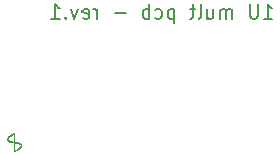
<source format=gbr>
G04 #@! TF.GenerationSoftware,KiCad,Pcbnew,(5.0.0)*
G04 #@! TF.CreationDate,2018-08-29T10:58:06+02:00*
G04 #@! TF.ProjectId,1u_mult,31755F6D756C742E6B696361645F7063,rev?*
G04 #@! TF.SameCoordinates,Original*
G04 #@! TF.FileFunction,Legend,Bot*
G04 #@! TF.FilePolarity,Positive*
%FSLAX46Y46*%
G04 Gerber Fmt 4.6, Leading zero omitted, Abs format (unit mm)*
G04 Created by KiCad (PCBNEW (5.0.0)) date 08/29/18 10:58:06*
%MOMM*%
%LPD*%
G01*
G04 APERTURE LIST*
%ADD10C,0.200000*%
%ADD11C,0.050000*%
G04 APERTURE END LIST*
D10*
X22657142Y-10042857D02*
X23342857Y-10042857D01*
X23000000Y-10042857D02*
X23000000Y-8842857D01*
X23114285Y-9014285D01*
X23228571Y-9128571D01*
X23342857Y-9185714D01*
X22142857Y-8842857D02*
X22142857Y-9814285D01*
X22085714Y-9928571D01*
X22028571Y-9985714D01*
X21914285Y-10042857D01*
X21685714Y-10042857D01*
X21571428Y-9985714D01*
X21514285Y-9928571D01*
X21457142Y-9814285D01*
X21457142Y-8842857D01*
X19971428Y-10042857D02*
X19971428Y-9242857D01*
X19971428Y-9357142D02*
X19914285Y-9300000D01*
X19800000Y-9242857D01*
X19628571Y-9242857D01*
X19514285Y-9300000D01*
X19457142Y-9414285D01*
X19457142Y-10042857D01*
X19457142Y-9414285D02*
X19400000Y-9300000D01*
X19285714Y-9242857D01*
X19114285Y-9242857D01*
X19000000Y-9300000D01*
X18942857Y-9414285D01*
X18942857Y-10042857D01*
X17857142Y-9242857D02*
X17857142Y-10042857D01*
X18371428Y-9242857D02*
X18371428Y-9871428D01*
X18314285Y-9985714D01*
X18200000Y-10042857D01*
X18028571Y-10042857D01*
X17914285Y-9985714D01*
X17857142Y-9928571D01*
X17114285Y-10042857D02*
X17228571Y-9985714D01*
X17285714Y-9871428D01*
X17285714Y-8842857D01*
X16828571Y-9242857D02*
X16371428Y-9242857D01*
X16657142Y-8842857D02*
X16657142Y-9871428D01*
X16600000Y-9985714D01*
X16485714Y-10042857D01*
X16371428Y-10042857D01*
X15057142Y-9242857D02*
X15057142Y-10442857D01*
X15057142Y-9300000D02*
X14942857Y-9242857D01*
X14714285Y-9242857D01*
X14600000Y-9300000D01*
X14542857Y-9357142D01*
X14485714Y-9471428D01*
X14485714Y-9814285D01*
X14542857Y-9928571D01*
X14600000Y-9985714D01*
X14714285Y-10042857D01*
X14942857Y-10042857D01*
X15057142Y-9985714D01*
X13457142Y-9985714D02*
X13571428Y-10042857D01*
X13800000Y-10042857D01*
X13914285Y-9985714D01*
X13971428Y-9928571D01*
X14028571Y-9814285D01*
X14028571Y-9471428D01*
X13971428Y-9357142D01*
X13914285Y-9300000D01*
X13800000Y-9242857D01*
X13571428Y-9242857D01*
X13457142Y-9300000D01*
X12942857Y-10042857D02*
X12942857Y-8842857D01*
X12942857Y-9300000D02*
X12828571Y-9242857D01*
X12600000Y-9242857D01*
X12485714Y-9300000D01*
X12428571Y-9357142D01*
X12371428Y-9471428D01*
X12371428Y-9814285D01*
X12428571Y-9928571D01*
X12485714Y-9985714D01*
X12600000Y-10042857D01*
X12828571Y-10042857D01*
X12942857Y-9985714D01*
X10942857Y-9585714D02*
X10028571Y-9585714D01*
X8542857Y-10042857D02*
X8542857Y-9242857D01*
X8542857Y-9471428D02*
X8485714Y-9357142D01*
X8428571Y-9300000D01*
X8314285Y-9242857D01*
X8200000Y-9242857D01*
X7342857Y-9985714D02*
X7457142Y-10042857D01*
X7685714Y-10042857D01*
X7800000Y-9985714D01*
X7857142Y-9871428D01*
X7857142Y-9414285D01*
X7800000Y-9300000D01*
X7685714Y-9242857D01*
X7457142Y-9242857D01*
X7342857Y-9300000D01*
X7285714Y-9414285D01*
X7285714Y-9528571D01*
X7857142Y-9642857D01*
X6885714Y-9242857D02*
X6600000Y-10042857D01*
X6314285Y-9242857D01*
X5857142Y-9928571D02*
X5800000Y-9985714D01*
X5857142Y-10042857D01*
X5914285Y-9985714D01*
X5857142Y-9928571D01*
X5857142Y-10042857D01*
X4657142Y-10042857D02*
X5342857Y-10042857D01*
X5000000Y-10042857D02*
X5000000Y-8842857D01*
X5114285Y-9014285D01*
X5228571Y-9128571D01*
X5342857Y-9185714D01*
D11*
G04 #@! TO.C,REF\002A\002A*
X1329657Y-20449699D02*
X1339733Y-20451487D01*
X1359927Y-20454917D02*
X1370044Y-20456560D01*
X1410559Y-20462681D02*
X1420695Y-20464103D01*
X1319575Y-20447856D02*
X1329657Y-20449699D01*
X1160402Y-20409566D02*
X1170193Y-20412559D01*
X1370044Y-20456560D02*
X1380167Y-20458158D01*
X1400417Y-20461215D02*
X1410559Y-20462681D01*
X1451140Y-20468131D02*
X1461305Y-20469398D01*
X1380167Y-20458158D02*
X1390289Y-20459708D01*
X1249395Y-20433353D02*
X1259383Y-20435612D01*
X1239430Y-20431026D02*
X1249395Y-20433353D01*
X1440986Y-20466827D02*
X1451140Y-20468131D01*
X1170193Y-20412559D02*
X1180018Y-20415456D01*
X1501969Y-20474103D02*
X1502011Y-20474108D01*
X1219542Y-20426155D02*
X1229475Y-20428627D01*
X1502011Y-20474108D02*
X1502009Y-20474105D01*
X1481623Y-20471820D02*
X1491799Y-20472979D01*
X1229475Y-20428627D02*
X1239430Y-20431026D01*
X1121566Y-20396514D02*
X1131213Y-20399949D01*
X1430842Y-20465485D02*
X1440986Y-20466827D01*
X1269390Y-20437806D02*
X1279396Y-20439933D01*
X1199742Y-20420976D02*
X1209628Y-20423605D01*
X1299459Y-20444009D02*
X1309506Y-20445959D01*
X1150635Y-20406469D02*
X1160402Y-20409566D01*
X1420695Y-20464103D02*
X1430842Y-20465485D01*
X1189875Y-20418262D02*
X1199742Y-20420976D01*
X1339733Y-20451487D02*
X1349818Y-20453225D01*
X1289416Y-20442000D02*
X1299459Y-20444009D01*
X1471457Y-20470626D02*
X1481623Y-20471820D01*
X1349818Y-20453225D02*
X1359927Y-20454917D01*
X1140909Y-20403267D02*
X1150635Y-20406469D01*
X1209628Y-20423605D02*
X1219542Y-20426155D01*
X1390289Y-20459708D02*
X1400417Y-20461215D01*
X1309506Y-20445959D02*
X1319575Y-20447856D01*
X1180018Y-20415456D02*
X1189875Y-20418262D01*
X1131213Y-20399949D02*
X1140909Y-20403267D01*
X1461305Y-20469398D02*
X1471457Y-20470626D01*
X1259383Y-20435612D02*
X1269390Y-20437806D01*
X1491799Y-20472979D02*
X1501969Y-20474103D01*
X1279396Y-20439933D02*
X1289416Y-20442000D01*
X1183441Y-19968631D02*
X1175027Y-19974637D01*
X1109350Y-20024808D02*
X1101383Y-20031379D01*
X1150037Y-19992989D02*
X1141796Y-19999223D01*
X1166658Y-19980695D02*
X1158331Y-19986809D01*
X1055077Y-20072587D02*
X1047668Y-20079789D01*
X1092937Y-20385419D02*
X1102432Y-20389261D01*
X1208881Y-19950936D02*
X1200368Y-19956783D01*
X1083509Y-20381426D02*
X1092937Y-20385419D01*
X1217439Y-19945130D02*
X1208881Y-19950936D01*
X1037652Y-20358729D02*
X1046616Y-20363685D01*
X1074155Y-20377270D02*
X1083509Y-20381426D01*
X1085636Y-20044766D02*
X1077864Y-20051590D01*
X1070185Y-20058491D02*
X1062590Y-20065485D01*
X1020176Y-20348067D02*
X1028829Y-20353530D01*
X1158331Y-19986809D02*
X1150037Y-19992989D01*
X1055695Y-20368414D02*
X1064885Y-20372940D01*
X952207Y-20221990D02*
X950635Y-20232065D01*
X1125472Y-20011875D02*
X1117387Y-20018303D01*
X1033178Y-20094536D02*
X1026206Y-20101969D01*
X1191889Y-19962680D02*
X1183441Y-19968631D01*
X1175027Y-19974637D02*
X1166658Y-19980695D01*
X1011717Y-20342312D02*
X1020176Y-20348067D01*
X974091Y-20307869D02*
X980739Y-20315650D01*
X1117387Y-20018303D02*
X1109350Y-20024808D01*
X957798Y-20202428D02*
X954631Y-20212105D01*
X1006003Y-20124916D02*
X999566Y-20132811D01*
X1062590Y-20065485D02*
X1055077Y-20072587D01*
X1111971Y-20392953D02*
X1121566Y-20396514D01*
X1102432Y-20389261D02*
X1111971Y-20392953D01*
X1064885Y-20372940D02*
X1074155Y-20377270D01*
X970747Y-20174771D02*
X965945Y-20183759D01*
X965945Y-20183759D02*
X961600Y-20192979D01*
X993309Y-20140855D02*
X987261Y-20149059D01*
X951990Y-20262467D02*
X954591Y-20272305D01*
X1046616Y-20363685D02*
X1055695Y-20368414D01*
X968087Y-20299644D02*
X974091Y-20307869D01*
X981461Y-20157431D02*
X975942Y-20165994D01*
X1077864Y-20051590D02*
X1070185Y-20058491D01*
X950465Y-20252405D02*
X951990Y-20262467D01*
X1019341Y-20109505D02*
X1012602Y-20117150D01*
X1003489Y-20336231D02*
X1011717Y-20342312D01*
X995539Y-20329790D02*
X1003489Y-20336231D01*
X954591Y-20272305D02*
X958215Y-20281836D01*
X987261Y-20149059D02*
X981461Y-20157431D01*
X1040367Y-20087101D02*
X1033178Y-20094536D01*
X1133607Y-20005518D02*
X1125472Y-20011875D01*
X1101383Y-20031379D02*
X1093474Y-20038033D01*
X1141796Y-19999223D02*
X1133607Y-20005518D01*
X1200368Y-19956783D02*
X1191889Y-19962680D01*
X962751Y-20290958D02*
X968087Y-20299644D01*
X961600Y-20192979D02*
X957798Y-20202428D01*
X975942Y-20165994D02*
X970747Y-20174771D01*
X1028829Y-20353530D02*
X1037652Y-20358729D01*
X987923Y-20322939D02*
X995539Y-20329790D01*
X980739Y-20315650D02*
X987923Y-20322939D01*
X950028Y-20242225D02*
X950465Y-20252405D01*
X958215Y-20281836D02*
X962751Y-20290958D01*
X1093474Y-20038033D02*
X1085636Y-20044766D01*
X950635Y-20232065D02*
X950028Y-20242225D01*
X954631Y-20212105D02*
X952207Y-20221990D01*
X999566Y-20132811D02*
X993309Y-20140855D01*
X1047668Y-20079789D02*
X1040367Y-20087101D01*
X1012602Y-20117150D02*
X1006003Y-20124916D01*
X1026206Y-20101969D02*
X1019341Y-20109505D01*
X2043467Y-20636941D02*
X2050798Y-20643938D01*
X2020037Y-20617576D02*
X2028069Y-20623763D01*
X2011808Y-20611653D02*
X2020037Y-20617576D01*
X2057864Y-20651210D02*
X2064644Y-20658753D01*
X2050798Y-20643938D02*
X2057864Y-20651210D01*
X2003405Y-20605989D02*
X2011808Y-20611653D01*
X1977270Y-20590450D02*
X1986119Y-20595396D01*
X2035892Y-20630223D02*
X2043467Y-20636941D01*
X2028069Y-20623763D02*
X2035892Y-20630223D01*
X1994834Y-20600572D02*
X2003405Y-20605989D01*
X1986119Y-20595396D02*
X1994834Y-20600572D01*
X2100212Y-20730802D02*
X2101950Y-20740819D01*
X2071116Y-20666552D02*
X2076996Y-20674842D01*
X2064644Y-20658753D02*
X2071116Y-20666552D01*
X2091284Y-20701710D02*
X2094872Y-20711213D01*
X2101950Y-20740819D02*
X2103057Y-20750912D01*
X2087099Y-20692457D02*
X2091284Y-20701710D01*
X2103057Y-20750912D02*
X2103533Y-20761056D01*
X2097851Y-20720925D02*
X2100212Y-20730802D01*
X2094872Y-20711213D02*
X2097851Y-20720925D01*
X2082327Y-20683482D02*
X2087099Y-20692457D01*
X2076996Y-20674842D02*
X2082327Y-20683482D01*
X1775603Y-20519085D02*
X1785579Y-20521589D01*
X1815373Y-20529573D02*
X1825256Y-20532397D01*
X1805462Y-20526831D02*
X1815373Y-20529573D01*
X1844945Y-20538299D02*
X1854736Y-20541376D01*
X1785579Y-20521589D02*
X1795527Y-20524169D01*
X1864510Y-20544545D02*
X1874252Y-20547804D01*
X1795527Y-20524169D02*
X1805462Y-20526831D01*
X1854736Y-20541376D02*
X1864510Y-20544545D01*
X1765618Y-20516659D02*
X1775603Y-20519085D01*
X1835118Y-20535306D02*
X1844945Y-20538299D01*
X1825256Y-20532397D02*
X1835118Y-20535306D01*
X1450533Y-19807611D02*
X1441899Y-19812129D01*
X1424682Y-19821258D02*
X1416099Y-19825869D01*
X1226019Y-19939379D02*
X1217439Y-19945130D01*
X1234641Y-19933666D02*
X1226019Y-19939379D01*
X1243288Y-19928001D02*
X1234641Y-19933666D01*
X1251960Y-19922383D02*
X1243288Y-19928001D01*
X1260660Y-19916807D02*
X1251960Y-19922383D01*
X1278154Y-19905774D02*
X1269394Y-19911270D01*
X1441899Y-19812129D02*
X1433279Y-19816680D01*
X1459189Y-19803123D02*
X1450533Y-19807611D01*
X1398982Y-19835182D02*
X1390456Y-19839879D01*
X1304554Y-19889549D02*
X1295730Y-19894918D01*
X1322285Y-19878923D02*
X1313406Y-19884218D01*
X1416099Y-19825869D02*
X1407527Y-19830513D01*
X1390456Y-19839879D02*
X1381941Y-19844610D01*
X1339598Y-19868747D02*
X1331190Y-19873665D01*
X1269394Y-19911270D02*
X1260660Y-19916807D01*
X1286934Y-19900323D02*
X1278154Y-19905774D01*
X1364958Y-19854168D02*
X1356482Y-19858998D01*
X1295730Y-19894918D02*
X1286934Y-19900323D01*
X1348035Y-19863854D02*
X1339598Y-19868747D01*
X1373446Y-19849371D02*
X1364958Y-19854168D01*
X1356482Y-19858998D02*
X1348035Y-19863854D01*
X1313406Y-19884218D02*
X1304554Y-19889549D01*
X1381941Y-19844610D02*
X1373446Y-19849371D01*
X1433279Y-19816680D02*
X1424682Y-19821258D01*
X1331190Y-19873665D02*
X1322285Y-19878923D01*
X1407527Y-19830513D02*
X1398982Y-19835182D01*
X1468825Y-19833059D02*
X1468797Y-19822667D01*
X1468856Y-19843470D02*
X1468825Y-19833059D01*
X1470281Y-20061999D02*
X1470182Y-20051594D01*
X1468708Y-19760257D02*
X1468706Y-19749862D01*
X1468736Y-19791450D02*
X1468723Y-19781055D01*
X1468753Y-19801857D02*
X1468736Y-19791450D01*
X1470489Y-20082811D02*
X1470384Y-20072413D01*
X1469901Y-20020360D02*
X1469814Y-20009955D01*
X1469291Y-19937124D02*
X1469229Y-19926721D01*
X1469649Y-19989146D02*
X1469571Y-19978734D01*
X1472122Y-20218028D02*
X1471979Y-20207621D01*
X1469425Y-19957931D02*
X1469356Y-19947522D01*
X1472415Y-20238828D02*
X1472267Y-20228424D01*
X1473033Y-20280438D02*
X1472874Y-20270029D01*
X1468890Y-19853868D02*
X1468856Y-19843470D01*
X1469730Y-19999550D02*
X1469649Y-19989146D01*
X1472267Y-20228424D02*
X1472122Y-20218028D01*
X1511522Y-19776996D02*
X1504575Y-19780289D01*
X1469814Y-20009955D02*
X1469730Y-19999550D01*
X1468929Y-19864271D02*
X1468890Y-19853868D01*
X1470182Y-20051594D02*
X1470085Y-20041180D01*
X1468713Y-19770653D02*
X1468708Y-19760257D01*
X1468970Y-19874674D02*
X1468929Y-19864271D01*
X1469171Y-19916311D02*
X1469116Y-19905902D01*
X1470823Y-20114026D02*
X1470709Y-20103626D01*
X1466864Y-19799178D02*
X1459189Y-19803123D01*
X1474547Y-19795264D02*
X1466864Y-19799178D01*
X1482249Y-19791376D02*
X1474547Y-19795264D01*
X1472718Y-20259624D02*
X1472565Y-20249231D01*
X1469116Y-19905902D02*
X1469064Y-19895494D01*
X1489955Y-19787524D02*
X1482249Y-19791376D01*
X1471569Y-20176416D02*
X1471438Y-20166020D01*
X1497684Y-19783702D02*
X1489955Y-19787524D01*
X1469992Y-20030766D02*
X1469901Y-20020360D01*
X1502959Y-19771566D02*
X1511522Y-19776996D01*
X1469015Y-19885084D02*
X1468970Y-19874674D01*
X1470709Y-20103626D02*
X1470598Y-20093215D01*
X1468773Y-19812257D02*
X1468753Y-19801857D01*
X1468797Y-19822667D02*
X1468773Y-19812257D01*
X1469571Y-19978734D02*
X1469496Y-19968324D01*
X1469356Y-19947522D02*
X1469291Y-19937124D01*
X1470941Y-20124421D02*
X1470823Y-20114026D01*
X1471703Y-20186818D02*
X1471569Y-20176416D01*
X1469496Y-19968324D02*
X1469425Y-19957931D01*
X1472565Y-20249231D02*
X1472415Y-20238828D01*
X1471183Y-20145218D02*
X1471060Y-20134815D01*
X1504575Y-19780289D02*
X1497684Y-19783702D01*
X1468723Y-19781055D02*
X1468713Y-19770653D01*
X1469064Y-19895494D02*
X1469015Y-19885084D01*
X1470384Y-20072413D02*
X1470281Y-20061999D01*
X1471060Y-20134815D02*
X1470941Y-20124421D01*
X1494389Y-19766132D02*
X1502959Y-19771566D01*
X1485834Y-19760707D02*
X1494389Y-19766132D01*
X1477267Y-19755275D02*
X1485834Y-19760707D01*
X1468706Y-19749846D02*
X1477267Y-19755275D01*
X1468706Y-19749862D02*
X1468706Y-19749846D01*
X1469229Y-19926721D02*
X1469171Y-19916311D01*
X1471840Y-20197215D02*
X1471703Y-20186818D01*
X1471979Y-20207621D02*
X1471840Y-20197215D01*
X1470085Y-20041180D02*
X1469992Y-20030766D01*
X1470598Y-20093215D02*
X1470489Y-20082811D01*
X1471309Y-20155616D02*
X1471183Y-20145218D01*
X1471438Y-20166020D02*
X1471309Y-20155616D01*
X1472874Y-20270029D02*
X1472718Y-20259624D01*
X1654786Y-20494458D02*
X1664917Y-20496170D01*
X1695261Y-20501648D02*
X1705352Y-20503594D01*
X1705352Y-20503594D02*
X1715440Y-20505604D01*
X1664917Y-20496170D02*
X1675045Y-20497939D01*
X1675045Y-20497939D02*
X1685154Y-20499763D01*
X1755621Y-20514308D02*
X1765618Y-20516659D01*
X1725515Y-20507680D02*
X1735570Y-20509821D01*
X1685154Y-20499763D02*
X1695261Y-20501648D01*
X1745605Y-20512030D02*
X1755621Y-20514308D01*
X1715440Y-20505604D02*
X1725515Y-20507680D01*
X1735570Y-20509821D02*
X1745605Y-20512030D01*
X2102580Y-20781347D02*
X2101147Y-20791419D01*
X2096377Y-20811163D02*
X2092942Y-20820913D01*
X2075342Y-20858294D02*
X2070083Y-20867193D01*
X2080280Y-20849210D02*
X2075342Y-20858294D01*
X2084873Y-20839948D02*
X2080280Y-20849210D01*
X2089100Y-20830515D02*
X2084873Y-20839948D01*
X2103533Y-20761056D02*
X2103374Y-20771224D01*
X2101147Y-20791419D02*
X2099078Y-20801375D01*
X2092942Y-20820913D02*
X2089100Y-20830515D01*
X2099078Y-20801375D02*
X2096377Y-20811163D01*
X2103374Y-20771224D02*
X2102580Y-20781347D01*
X1474394Y-20363642D02*
X1474214Y-20353233D01*
X1474760Y-20384451D02*
X1474575Y-20374044D01*
X1474946Y-20394857D02*
X1474760Y-20384451D01*
X1476529Y-20478088D02*
X1476323Y-20467694D01*
X1476738Y-20488499D02*
X1476529Y-20478088D01*
X1477596Y-20530103D02*
X1477378Y-20519708D01*
X1478040Y-20550902D02*
X1477817Y-20540495D01*
X1477817Y-20540495D02*
X1477596Y-20530103D01*
X1477378Y-20519708D02*
X1477162Y-20509313D01*
X1476323Y-20467694D02*
X1476119Y-20457299D01*
X1475327Y-20415665D02*
X1475135Y-20405257D01*
X1478493Y-20571705D02*
X1478265Y-20561299D01*
X1475917Y-20446888D02*
X1475718Y-20436485D01*
X1474038Y-20342840D02*
X1473864Y-20332433D01*
X1475718Y-20436485D02*
X1475521Y-20426076D01*
X1476949Y-20498902D02*
X1476738Y-20488499D01*
X1478265Y-20561299D02*
X1478040Y-20550902D01*
X1474214Y-20353233D02*
X1474038Y-20342840D01*
X1476119Y-20457299D02*
X1475917Y-20446888D01*
X1473524Y-20311642D02*
X1473357Y-20301235D01*
X1477162Y-20509313D02*
X1476949Y-20498902D01*
X1474575Y-20374044D02*
X1474394Y-20363642D01*
X1475521Y-20426076D02*
X1475327Y-20415665D01*
X1473194Y-20290842D02*
X1473033Y-20280438D01*
X1475135Y-20405257D02*
X1474946Y-20394857D01*
X1473864Y-20332433D02*
X1473692Y-20322038D01*
X1473357Y-20301235D02*
X1473194Y-20290842D01*
X1473692Y-20322038D02*
X1473524Y-20311642D01*
X1491771Y-21060490D02*
X1491435Y-21050091D01*
X1495278Y-21164455D02*
X1494914Y-21154048D01*
X1494914Y-21154048D02*
X1494553Y-21143645D01*
X1492451Y-21081287D02*
X1492110Y-21070885D01*
X1496014Y-21185245D02*
X1495644Y-21174846D01*
X1496765Y-21206049D02*
X1496388Y-21195644D01*
X1493841Y-21122854D02*
X1493490Y-21112463D01*
X1482449Y-20738160D02*
X1482185Y-20727765D01*
X1488521Y-20956528D02*
X1488209Y-20946139D01*
X1490771Y-21029306D02*
X1490442Y-21018917D01*
X1491435Y-21050091D02*
X1491102Y-21039701D01*
X1491102Y-21039701D02*
X1490771Y-21029306D01*
X1493490Y-21112463D02*
X1493141Y-21102071D01*
X1496388Y-21195644D02*
X1496014Y-21185245D01*
X1487287Y-20914946D02*
X1486985Y-20904547D01*
X1489471Y-20987714D02*
X1489152Y-20977315D01*
X1487900Y-20935733D02*
X1487592Y-20925343D01*
X1488209Y-20946139D02*
X1487900Y-20935733D01*
X1490116Y-21008516D02*
X1489792Y-20998113D01*
X1495644Y-21174846D02*
X1495278Y-21164455D01*
X1488835Y-20966922D02*
X1488521Y-20956528D01*
X1478723Y-20582116D02*
X1478493Y-20571705D01*
X1478955Y-20592517D02*
X1478723Y-20582116D01*
X1492795Y-21091681D02*
X1492451Y-21081287D01*
X1479190Y-20602929D02*
X1478955Y-20592517D01*
X1481663Y-20706963D02*
X1481405Y-20696562D01*
X1485797Y-20862954D02*
X1485505Y-20852556D01*
X1479427Y-20613336D02*
X1479190Y-20602929D01*
X1479666Y-20623735D02*
X1479427Y-20613336D01*
X1479908Y-20634146D02*
X1479666Y-20623735D01*
X1486386Y-20883749D02*
X1486090Y-20873344D01*
X1480152Y-20644543D02*
X1479908Y-20634146D01*
X1480398Y-20654946D02*
X1480152Y-20644543D01*
X1480646Y-20665353D02*
X1480398Y-20654946D01*
X1480897Y-20675760D02*
X1480646Y-20665353D01*
X1485505Y-20852556D02*
X1485216Y-20842153D01*
X1481923Y-20717365D02*
X1481663Y-20706963D01*
X1483804Y-20790150D02*
X1483529Y-20779751D01*
X1494196Y-21133252D02*
X1493841Y-21122854D01*
X1483255Y-20769357D02*
X1482984Y-20758959D01*
X1494553Y-21143645D02*
X1494196Y-21133252D01*
X1497146Y-21216445D02*
X1496765Y-21206049D01*
X1497531Y-21226839D02*
X1497146Y-21216445D01*
X1484644Y-20821347D02*
X1484362Y-20810951D01*
X1490442Y-21018917D02*
X1490116Y-21008516D01*
X1497921Y-21237235D02*
X1497531Y-21226839D01*
X1489792Y-20998113D02*
X1489471Y-20987714D01*
X1481150Y-20686164D02*
X1480897Y-20675760D01*
X1482716Y-20748558D02*
X1482449Y-20738160D01*
X1484929Y-20831749D02*
X1484644Y-20821347D01*
X1493141Y-21102071D02*
X1492795Y-21091681D01*
X1484082Y-20800551D02*
X1483804Y-20790150D01*
X1484362Y-20810951D02*
X1484082Y-20800551D01*
X1489152Y-20977315D02*
X1488835Y-20966922D01*
X1481405Y-20696562D02*
X1481150Y-20686164D01*
X1492110Y-21070885D02*
X1491771Y-21060490D01*
X1485216Y-20842153D02*
X1484929Y-20831749D01*
X1486985Y-20904547D02*
X1486684Y-20894151D01*
X1482185Y-20727765D02*
X1481923Y-20717365D01*
X1482984Y-20758959D02*
X1482716Y-20748558D01*
X1483529Y-20779751D02*
X1483255Y-20769357D01*
X1486090Y-20873344D02*
X1485797Y-20862954D01*
X1486684Y-20894151D02*
X1486386Y-20883749D01*
X1487592Y-20925343D02*
X1487287Y-20914946D01*
X1525029Y-20238772D02*
X1524878Y-20249169D01*
X1526845Y-20093139D02*
X1526734Y-20103540D01*
X1526134Y-20155544D02*
X1526006Y-20165948D01*
X1525176Y-20228365D02*
X1525029Y-20238772D01*
X1525322Y-20217962D02*
X1525176Y-20228365D01*
X1526954Y-20082737D02*
X1526845Y-20093139D01*
X1526006Y-20165948D02*
X1525875Y-20176354D01*
X1527059Y-20072334D02*
X1526954Y-20082737D01*
X1527162Y-20061934D02*
X1527059Y-20072334D01*
X1526620Y-20113938D02*
X1526503Y-20124347D01*
X1527358Y-20041127D02*
X1527261Y-20051521D01*
X1525603Y-20197164D02*
X1525464Y-20207566D01*
X1523920Y-20311587D02*
X1523751Y-20321985D01*
X1524086Y-20301190D02*
X1523920Y-20311587D01*
X1526260Y-20145144D02*
X1526134Y-20155544D01*
X1525740Y-20186760D02*
X1525603Y-20197164D01*
X1524411Y-20280383D02*
X1524249Y-20290796D01*
X1524249Y-20290796D02*
X1524086Y-20301190D01*
X1527261Y-20051521D02*
X1527162Y-20061934D01*
X1526383Y-20134749D02*
X1526260Y-20145144D01*
X1527451Y-20030724D02*
X1527358Y-20041127D01*
X1525464Y-20207566D02*
X1525322Y-20217962D01*
X1524725Y-20259580D02*
X1524569Y-20269977D01*
X1525875Y-20176354D02*
X1525740Y-20186760D01*
X1526503Y-20124347D02*
X1526383Y-20134749D01*
X1524569Y-20269977D02*
X1524411Y-20280383D01*
X1526734Y-20103540D02*
X1526620Y-20113938D01*
X1524878Y-20249169D02*
X1524725Y-20259580D01*
X1422805Y-19754363D02*
X1431654Y-19749775D01*
X1528729Y-19770680D02*
X1528720Y-19781076D01*
X1447430Y-19741703D02*
X1455337Y-19737711D01*
X1291964Y-19827104D02*
X1300777Y-19821904D01*
X1528737Y-19730917D02*
X1528737Y-19740393D01*
X1309378Y-19816873D02*
X1318004Y-19811871D01*
X1256926Y-19848247D02*
X1265655Y-19842906D01*
X1528735Y-19760269D02*
X1528729Y-19770680D01*
X1528737Y-19749862D02*
X1528735Y-19760269D01*
X1396379Y-19768313D02*
X1405168Y-19763633D01*
X1318004Y-19811871D02*
X1326642Y-19806904D01*
X1326642Y-19806904D02*
X1335291Y-19801974D01*
X1335291Y-19801974D02*
X1343964Y-19797073D01*
X1265655Y-19842906D02*
X1274398Y-19837607D01*
X1528720Y-19781076D02*
X1528707Y-19791473D01*
X1370087Y-19782557D02*
X1378835Y-19777777D01*
X1431654Y-19749775D02*
X1439538Y-19745723D01*
X1413971Y-19758985D02*
X1422805Y-19754363D01*
X1405168Y-19763633D02*
X1413971Y-19758985D01*
X1352658Y-19792201D02*
X1361360Y-19787365D01*
X1387596Y-19773031D02*
X1396379Y-19768313D01*
X1527541Y-20020313D02*
X1527451Y-20030724D01*
X1528707Y-19791473D02*
X1528690Y-19801871D01*
X1283164Y-19832343D02*
X1291964Y-19827104D01*
X1527794Y-19989119D02*
X1527713Y-19999517D01*
X1528151Y-19937107D02*
X1528086Y-19947508D01*
X1471203Y-19729824D02*
X1478540Y-19726196D01*
X1527629Y-20009910D02*
X1527541Y-20020313D01*
X1527713Y-19999517D02*
X1527629Y-20009910D01*
X1527872Y-19978718D02*
X1527794Y-19989119D01*
X1455337Y-19737711D02*
X1463264Y-19733749D01*
X1527946Y-19968315D02*
X1527872Y-19978718D01*
X1528018Y-19957912D02*
X1527946Y-19968315D01*
X1528086Y-19947508D02*
X1528018Y-19957912D01*
X1528213Y-19926708D02*
X1528151Y-19937107D01*
X1478540Y-19726196D02*
X1485917Y-19722697D01*
X1528272Y-19916312D02*
X1528213Y-19926708D01*
X1528327Y-19905906D02*
X1528272Y-19916312D01*
X1528737Y-19702518D02*
X1528737Y-19711985D01*
X1528379Y-19895505D02*
X1528327Y-19905906D01*
X1528587Y-19843484D02*
X1528552Y-19853887D01*
X1528690Y-19801871D02*
X1528670Y-19812269D01*
X1528737Y-19721457D02*
X1528737Y-19730917D01*
X1503051Y-19714621D02*
X1511604Y-19710590D01*
X1343964Y-19797073D02*
X1352658Y-19792201D01*
X1528427Y-19885096D02*
X1528379Y-19895505D01*
X1361360Y-19787365D02*
X1370087Y-19782557D01*
X1528472Y-19874694D02*
X1528427Y-19885096D01*
X1528737Y-19740393D02*
X1528737Y-19749862D01*
X1494489Y-19718656D02*
X1503051Y-19714621D01*
X1274398Y-19837607D02*
X1283164Y-19832343D01*
X1520170Y-19706554D02*
X1528737Y-19702518D01*
X1511604Y-19710590D02*
X1520170Y-19706554D01*
X1378835Y-19777777D02*
X1387596Y-19773031D01*
X1528618Y-19833076D02*
X1528587Y-19843484D01*
X1300777Y-19821904D02*
X1309378Y-19816873D01*
X1485917Y-19722697D02*
X1494489Y-19718656D01*
X1439538Y-19745723D02*
X1447430Y-19741703D01*
X1528514Y-19864286D02*
X1528472Y-19874694D01*
X1528552Y-19853887D02*
X1528514Y-19864286D01*
X1528646Y-19822666D02*
X1528618Y-19833076D01*
X1528670Y-19812269D02*
X1528646Y-19822666D01*
X1528737Y-19711985D02*
X1528737Y-19721457D01*
X1463264Y-19733749D02*
X1471203Y-19729824D01*
X1506672Y-21029272D02*
X1506341Y-21039671D01*
X1505671Y-21060466D02*
X1505333Y-21070862D01*
X1498316Y-21247630D02*
X1497921Y-21237235D01*
X1498721Y-21258034D02*
X1498316Y-21247630D01*
X1507651Y-20998075D02*
X1507327Y-21008479D01*
X1499521Y-21237221D02*
X1499125Y-21247627D01*
X1506341Y-21039671D02*
X1506008Y-21050067D01*
X1507001Y-21018876D02*
X1506672Y-21029272D01*
X1507327Y-21008479D02*
X1507001Y-21018876D01*
X1507973Y-20987664D02*
X1507651Y-20998075D01*
X1504648Y-21091647D02*
X1504302Y-21102045D01*
X1500677Y-21206039D02*
X1500296Y-21216433D01*
X1501428Y-21185234D02*
X1501054Y-21195639D01*
X1505333Y-21070862D02*
X1504992Y-21081255D01*
X1504302Y-21102045D02*
X1503953Y-21112444D01*
X1502165Y-21164432D02*
X1501798Y-21174837D01*
X1499125Y-21247627D02*
X1498721Y-21258034D01*
X1499911Y-21226825D02*
X1499521Y-21237221D01*
X1503246Y-21133243D02*
X1502889Y-21143636D01*
X1500296Y-21216433D02*
X1499911Y-21226825D01*
X1502528Y-21154031D02*
X1502165Y-21164432D01*
X1503601Y-21122841D02*
X1503246Y-21133243D01*
X1502889Y-21143636D02*
X1502528Y-21154031D01*
X1501054Y-21195639D02*
X1500677Y-21206039D01*
X1503953Y-21112444D02*
X1503601Y-21122841D01*
X1506008Y-21050067D02*
X1505671Y-21060466D01*
X1501798Y-21174837D02*
X1501428Y-21185234D01*
X1504992Y-21081255D02*
X1504648Y-21091647D01*
X1523751Y-20321985D02*
X1523579Y-20332382D01*
X1513640Y-20790057D02*
X1513363Y-20800456D01*
X1518951Y-20571650D02*
X1518721Y-20582052D01*
X1511354Y-20873261D02*
X1511058Y-20883662D01*
X1510760Y-20894068D02*
X1510460Y-20904462D01*
X1512515Y-20831672D02*
X1512228Y-20842072D01*
X1519404Y-20550853D02*
X1519178Y-20561256D01*
X1518017Y-20613250D02*
X1517778Y-20623650D01*
X1516039Y-20696466D02*
X1515782Y-20706864D01*
X1517293Y-20644447D02*
X1517047Y-20654850D01*
X1522116Y-20415606D02*
X1521922Y-20426009D01*
X1512228Y-20842072D02*
X1511939Y-20852463D01*
X1513916Y-20779652D02*
X1513640Y-20790057D01*
X1516548Y-20675655D02*
X1516294Y-20686061D01*
X1522497Y-20394801D02*
X1522308Y-20405214D01*
X1517537Y-20634051D02*
X1517293Y-20644447D01*
X1523229Y-20353185D02*
X1523050Y-20363587D01*
X1517778Y-20623650D02*
X1517537Y-20634051D01*
X1523050Y-20363587D02*
X1522868Y-20373990D01*
X1514189Y-20769251D02*
X1513916Y-20779652D01*
X1518721Y-20582052D02*
X1518489Y-20592455D01*
X1511648Y-20862857D02*
X1511354Y-20873261D01*
X1514461Y-20758848D02*
X1514189Y-20769251D01*
X1515522Y-20717265D02*
X1515260Y-20727660D01*
X1520066Y-20519638D02*
X1519847Y-20530040D01*
X1508292Y-20977263D02*
X1507973Y-20987664D01*
X1508608Y-20966868D02*
X1508292Y-20977263D01*
X1508922Y-20956473D02*
X1508608Y-20966868D01*
X1509235Y-20946066D02*
X1508922Y-20956473D01*
X1515260Y-20727660D02*
X1514996Y-20738059D01*
X1509544Y-20935671D02*
X1509235Y-20946066D01*
X1521325Y-20457215D02*
X1521121Y-20467617D01*
X1509852Y-20925272D02*
X1509544Y-20935671D01*
X1518254Y-20602856D02*
X1518017Y-20613250D01*
X1512800Y-20821274D02*
X1512515Y-20831672D01*
X1514729Y-20748452D02*
X1514461Y-20758848D01*
X1519847Y-20530040D02*
X1519627Y-20540447D01*
X1513082Y-20810865D02*
X1512800Y-20821274D01*
X1516294Y-20686061D02*
X1516039Y-20696466D01*
X1517047Y-20654850D02*
X1516798Y-20665255D01*
X1516798Y-20665255D02*
X1516548Y-20675655D01*
X1520281Y-20509243D02*
X1520066Y-20519638D01*
X1521526Y-20446821D02*
X1521325Y-20457215D01*
X1523406Y-20342774D02*
X1523229Y-20353185D01*
X1520706Y-20488433D02*
X1520495Y-20498840D01*
X1523579Y-20332382D02*
X1523406Y-20342774D01*
X1522684Y-20384392D02*
X1522497Y-20394801D01*
X1511939Y-20852463D02*
X1511648Y-20862857D01*
X1514996Y-20738059D02*
X1514729Y-20748452D01*
X1519178Y-20561256D02*
X1518951Y-20571650D01*
X1520495Y-20498840D02*
X1520281Y-20509243D01*
X1510157Y-20914869D02*
X1509852Y-20925272D01*
X1510460Y-20904462D02*
X1510157Y-20914869D01*
X1511058Y-20883662D02*
X1510760Y-20894068D01*
X1513363Y-20800456D02*
X1513082Y-20810865D01*
X1515782Y-20706864D02*
X1515522Y-20717265D01*
X1518489Y-20592455D02*
X1518254Y-20602856D01*
X1521726Y-20436419D02*
X1521526Y-20446821D01*
X1521922Y-20426009D02*
X1521726Y-20436419D01*
X1522308Y-20405214D02*
X1522116Y-20415606D01*
X1519627Y-20540447D02*
X1519404Y-20550853D01*
X1520915Y-20478024D02*
X1520706Y-20488433D01*
X1522868Y-20373990D02*
X1522684Y-20384392D01*
X1521121Y-20467617D02*
X1520915Y-20478024D01*
X1259711Y-20498324D02*
X1249551Y-20496206D01*
X1525964Y-20537208D02*
X1515815Y-20536049D01*
X1269879Y-20500381D02*
X1259711Y-20498324D01*
X1474867Y-20531478D02*
X1464565Y-20530282D01*
X1331074Y-20511540D02*
X1320844Y-20509808D01*
X1382308Y-20519522D02*
X1372054Y-20518011D01*
X1596947Y-20546009D02*
X1586823Y-20544663D01*
X1392567Y-20520992D02*
X1382308Y-20519522D01*
X1464565Y-20530282D02*
X1454261Y-20529055D01*
X1536124Y-20538388D02*
X1525964Y-20537208D01*
X1617191Y-20548809D02*
X1607071Y-20547390D01*
X1546264Y-20539589D02*
X1536124Y-20538388D01*
X1361795Y-20516458D02*
X1351543Y-20514863D01*
X1413123Y-20523822D02*
X1402842Y-20522426D01*
X1556407Y-20540816D02*
X1546264Y-20539589D01*
X1402842Y-20522426D02*
X1392567Y-20520992D01*
X1505674Y-20534909D02*
X1495512Y-20533783D01*
X1576682Y-20543350D02*
X1566536Y-20542067D01*
X1433681Y-20526506D02*
X1423397Y-20525181D01*
X1627314Y-20550270D02*
X1617191Y-20548809D01*
X1188978Y-20482051D02*
X1178950Y-20479419D01*
X1229285Y-20491774D02*
X1219181Y-20489456D01*
X1239407Y-20494023D02*
X1229285Y-20491774D01*
X1249551Y-20496206D02*
X1239407Y-20494023D01*
X1485172Y-20532643D02*
X1474867Y-20531478D01*
X1310638Y-20508029D02*
X1300431Y-20506198D01*
X1443963Y-20527796D02*
X1433681Y-20526506D01*
X1280051Y-20502376D02*
X1269879Y-20500381D01*
X1290242Y-20504315D02*
X1280051Y-20502376D01*
X1566536Y-20542067D02*
X1556407Y-20540816D01*
X1341313Y-20513226D02*
X1331074Y-20511540D01*
X1300431Y-20506198D02*
X1290242Y-20504315D01*
X1423397Y-20525181D02*
X1413123Y-20523822D01*
X1586823Y-20544663D02*
X1576682Y-20543350D01*
X1495470Y-20533779D02*
X1485172Y-20532643D01*
X1199019Y-20484596D02*
X1188978Y-20482051D01*
X1219181Y-20489456D02*
X1209092Y-20487065D01*
X1320844Y-20509808D02*
X1310638Y-20508029D01*
X1454261Y-20529055D02*
X1443963Y-20527796D01*
X1351543Y-20514863D02*
X1341313Y-20513226D01*
X1495512Y-20533783D02*
X1495470Y-20533779D01*
X1372054Y-20518011D02*
X1361795Y-20516458D01*
X1607071Y-20547390D02*
X1596947Y-20546009D01*
X1515815Y-20536049D02*
X1505674Y-20534909D01*
X1178950Y-20479419D02*
X1168944Y-20476700D01*
X1209092Y-20487065D02*
X1199019Y-20484596D01*
X1802737Y-21100904D02*
X1794054Y-21106201D01*
X1989827Y-20960937D02*
X1982375Y-20967880D01*
X1982375Y-20967880D02*
X1974851Y-20974724D01*
X1928167Y-21014032D02*
X1920157Y-21020303D01*
X1912093Y-21026496D02*
X1903971Y-21032616D01*
X1516761Y-21249365D02*
X1507743Y-21253703D01*
X1597804Y-21210165D02*
X1588804Y-21214533D01*
X1828608Y-21084663D02*
X1820024Y-21090131D01*
X1895788Y-21038669D02*
X1887546Y-21044656D01*
X1525769Y-21245025D02*
X1516761Y-21249365D01*
X1552787Y-21231980D02*
X1543777Y-21236334D01*
X1570787Y-21223267D02*
X1561784Y-21227627D01*
X1794054Y-21106201D02*
X1785339Y-21111447D01*
X1997193Y-20953906D02*
X1989827Y-20960937D01*
X1854128Y-21067900D02*
X1845655Y-21073554D01*
X1811398Y-21095545D02*
X1802737Y-21100904D01*
X1820024Y-21090131D02*
X1811398Y-21095545D01*
X1870924Y-21056415D02*
X1862552Y-21062187D01*
X1837150Y-21079139D02*
X1828608Y-21084663D01*
X1534772Y-21240682D02*
X1525769Y-21245025D01*
X1936115Y-21007683D02*
X1928167Y-21014032D01*
X1543777Y-21236334D02*
X1534772Y-21240682D01*
X1750167Y-21131954D02*
X1741314Y-21136966D01*
X1561784Y-21227627D02*
X1552787Y-21231980D01*
X1579797Y-21218901D02*
X1570787Y-21223267D01*
X1588804Y-21214533D02*
X1579797Y-21218901D01*
X1767799Y-21121799D02*
X1758998Y-21126898D01*
X1606802Y-21205794D02*
X1597804Y-21210165D01*
X1615795Y-21201423D02*
X1606802Y-21205794D01*
X1651791Y-21183896D02*
X1642797Y-21188280D01*
X1741314Y-21136966D02*
X1732432Y-21141942D01*
X1624794Y-21197045D02*
X1615795Y-21201423D01*
X1687770Y-21166332D02*
X1678773Y-21170728D01*
X1633796Y-21192664D02*
X1624794Y-21197045D01*
X1669784Y-21175117D02*
X1660787Y-21179509D01*
X1714607Y-21151786D02*
X1705665Y-21156663D01*
X1967244Y-20981486D02*
X1959570Y-20988156D01*
X1642797Y-21188280D02*
X1633796Y-21192664D01*
X1862552Y-21062187D02*
X1854128Y-21067900D01*
X1879264Y-21050566D02*
X1870924Y-21056415D01*
X1951820Y-20994746D02*
X1943995Y-21001259D01*
X1974851Y-20974724D02*
X1967244Y-20981486D01*
X1723532Y-21146880D02*
X1714607Y-21151786D01*
X1696717Y-21161510D02*
X1687770Y-21166332D01*
X1705665Y-21156663D02*
X1696717Y-21161510D01*
X1943995Y-21001259D02*
X1936115Y-21007683D01*
X1845655Y-21073554D02*
X1837150Y-21079139D01*
X1903971Y-21032616D02*
X1895788Y-21038669D01*
X1732432Y-21141942D02*
X1723532Y-21146880D01*
X1920157Y-21020303D02*
X1912093Y-21026496D01*
X1785339Y-21111447D02*
X1776585Y-21116646D01*
X1887546Y-21044656D02*
X1879264Y-21050566D01*
X1959570Y-20988156D02*
X1951820Y-20994746D01*
X1660787Y-21179509D02*
X1651791Y-21183896D01*
X1678773Y-21170728D02*
X1669784Y-21175117D01*
X1758998Y-21126898D02*
X1750167Y-21131954D01*
X1776585Y-21116646D02*
X1767799Y-21121799D01*
X2057843Y-20779397D02*
X2058323Y-20769588D01*
X1657594Y-20554908D02*
X1647506Y-20553315D01*
X2048387Y-20817173D02*
X2051625Y-20808011D01*
X1687803Y-20559989D02*
X1677744Y-20558243D01*
X1856576Y-20600241D02*
X1846814Y-20597217D01*
X1787762Y-20580962D02*
X1777842Y-20578544D01*
X1933146Y-20628335D02*
X1923742Y-20624415D01*
X2026007Y-20860254D02*
X2031153Y-20852006D01*
X1797665Y-20583459D02*
X1787762Y-20580962D01*
X1807545Y-20586039D02*
X1797665Y-20583459D01*
X2026290Y-20689260D02*
X2019219Y-20681913D01*
X2052075Y-20731015D02*
X2048491Y-20721876D01*
X1866303Y-20603359D02*
X1856576Y-20600241D01*
X2032900Y-20697026D02*
X2026290Y-20689260D01*
X2056815Y-20750030D02*
X2054848Y-20740422D01*
X1875939Y-20606675D02*
X1866303Y-20603359D01*
X2054848Y-20740422D02*
X2052075Y-20731015D01*
X2048491Y-20721876D02*
X2044097Y-20713103D01*
X2031153Y-20852006D02*
X2036008Y-20843575D01*
X2054339Y-20798677D02*
X2056521Y-20789122D01*
X2009143Y-20884042D02*
X2014976Y-20876254D01*
X2019219Y-20681913D02*
X2011736Y-20674981D01*
X1951731Y-20636750D02*
X1942488Y-20632441D01*
X2014976Y-20876254D02*
X2020605Y-20868330D01*
X1978687Y-20651179D02*
X1969851Y-20646089D01*
X2058323Y-20769588D02*
X2057976Y-20759779D01*
X2051625Y-20808011D02*
X2054339Y-20798677D01*
X2003893Y-20668460D02*
X1995740Y-20662334D01*
X1960861Y-20641291D02*
X1951731Y-20636750D01*
X1637414Y-20551770D02*
X1627314Y-20550270D01*
X1647506Y-20553315D02*
X1637414Y-20551770D01*
X1747954Y-20571744D02*
X1737957Y-20569621D01*
X1677744Y-20558243D02*
X1667676Y-20556550D01*
X1697866Y-20561795D02*
X1687803Y-20559989D01*
X1914275Y-20620650D02*
X1904742Y-20617011D01*
X2038897Y-20704787D02*
X2032900Y-20697026D01*
X2057976Y-20759779D02*
X2056815Y-20750030D01*
X1995740Y-20662334D02*
X1987324Y-20656582D01*
X2040528Y-20834964D02*
X2044669Y-20826165D01*
X1717933Y-20565580D02*
X1707908Y-20563658D01*
X1757927Y-20573935D02*
X1747954Y-20571744D01*
X2011736Y-20674981D02*
X2003893Y-20668460D01*
X1923742Y-20624415D02*
X1914275Y-20620650D01*
X2020605Y-20868330D02*
X2026007Y-20860254D01*
X1837033Y-20594288D02*
X1827230Y-20591451D01*
X1827230Y-20591451D02*
X1817401Y-20588702D01*
X2044097Y-20713103D02*
X2038897Y-20704787D01*
X1707908Y-20563658D02*
X1697866Y-20561795D01*
X1885577Y-20610048D02*
X1875939Y-20606675D01*
X1942488Y-20632441D02*
X1933146Y-20628335D01*
X1987324Y-20656582D02*
X1978687Y-20651179D01*
X2056521Y-20789122D02*
X2057843Y-20779397D01*
X1817401Y-20588702D02*
X1807545Y-20586039D01*
X1667676Y-20556550D02*
X1657594Y-20554908D01*
X1767894Y-20576202D02*
X1757927Y-20573935D01*
X1969851Y-20646089D02*
X1960861Y-20641291D01*
X1777842Y-20578544D02*
X1767894Y-20576202D01*
X2036008Y-20843575D02*
X2040528Y-20834964D01*
X1904742Y-20617011D02*
X1895180Y-20613486D01*
X2044669Y-20826165D02*
X2048387Y-20817173D01*
X1727953Y-20567568D02*
X1717933Y-20565580D01*
X1737957Y-20569621D02*
X1727953Y-20567568D01*
X1846814Y-20597217D02*
X1837033Y-20594288D01*
X1895180Y-20613486D02*
X1885577Y-20610048D01*
X1857345Y-21031630D02*
X1865358Y-21025289D01*
X1663130Y-21163127D02*
X1671807Y-21158152D01*
X1671807Y-21158152D02*
X1680468Y-21153188D01*
X1732233Y-21120257D02*
X1740788Y-21114673D01*
X1833003Y-21050300D02*
X1841159Y-21044139D01*
X1749324Y-21109048D02*
X1757843Y-21103378D01*
X1766331Y-21097669D02*
X1774786Y-21091918D01*
X1515998Y-21247985D02*
X1524633Y-21242973D01*
X1585175Y-21207961D02*
X1593833Y-21202969D01*
X1541925Y-21232952D02*
X1550572Y-21227948D01*
X1849274Y-21037917D02*
X1857345Y-21031630D01*
X1841159Y-21044139D02*
X1849274Y-21037917D01*
X1824806Y-21056400D02*
X1833003Y-21050300D01*
X1567877Y-21217945D02*
X1576529Y-21212950D01*
X1654463Y-21168100D02*
X1663130Y-21163127D01*
X1808275Y-21068448D02*
X1816564Y-21062448D01*
X1533275Y-21237962D02*
X1541925Y-21232952D01*
X1791591Y-21080287D02*
X1799954Y-21074391D01*
X1524633Y-21242973D02*
X1533275Y-21237962D01*
X1645797Y-21173075D02*
X1654463Y-21168100D01*
X1507743Y-21253703D02*
X1498725Y-21258033D01*
X2003140Y-20891699D02*
X2009143Y-20884042D01*
X1723646Y-21125813D02*
X1732233Y-21120257D01*
X1602485Y-21197984D02*
X1611135Y-21193003D01*
X1637125Y-21178056D02*
X1645797Y-21173075D01*
X1996990Y-20899238D02*
X2003140Y-20891699D01*
X1904624Y-20992560D02*
X1912297Y-20985797D01*
X1990716Y-20906671D02*
X1996990Y-20899238D01*
X1984339Y-20914014D02*
X1990716Y-20906671D01*
X1611135Y-21193003D02*
X1619806Y-21188013D01*
X1889091Y-21005860D02*
X1896893Y-20999242D01*
X1977873Y-20921288D02*
X1984339Y-20914014D01*
X1970948Y-20928802D02*
X1977873Y-20921288D01*
X1507357Y-21253006D02*
X1515998Y-21247985D01*
X1912297Y-20985797D02*
X1919904Y-20978959D01*
X1628471Y-21183030D02*
X1637125Y-21178056D01*
X1963913Y-20936234D02*
X1970948Y-20928802D01*
X1956786Y-20943573D02*
X1963913Y-20936234D01*
X1934895Y-20965052D02*
X1942277Y-20957975D01*
X1550572Y-21227948D02*
X1559219Y-21222948D01*
X1689127Y-21147752D02*
X1697781Y-21142300D01*
X1799954Y-21074391D02*
X1808275Y-21068448D01*
X1576529Y-21212950D02*
X1585175Y-21207961D01*
X1783208Y-21086124D02*
X1791591Y-21080287D01*
X1559219Y-21222948D02*
X1567877Y-21217945D01*
X1706417Y-21136831D02*
X1715040Y-21131337D01*
X1680468Y-21153188D02*
X1689127Y-21147752D01*
X1949576Y-20950816D02*
X1956786Y-20943573D01*
X1619806Y-21188013D02*
X1628471Y-21183030D01*
X1927434Y-20972048D02*
X1934895Y-20965052D01*
X1715040Y-21131337D02*
X1723646Y-21125813D01*
X1942277Y-20957975D02*
X1949576Y-20950816D01*
X1757843Y-21103378D02*
X1766331Y-21097669D01*
X1816564Y-21062448D02*
X1824806Y-21056400D01*
X1919904Y-20978959D02*
X1927434Y-20972048D01*
X1740788Y-21114673D02*
X1749324Y-21109048D01*
X1593833Y-21202969D02*
X1602485Y-21197984D01*
X1873323Y-21018880D02*
X1881240Y-21012400D01*
X1774786Y-21091918D02*
X1783208Y-21086124D01*
X1697781Y-21142300D02*
X1706417Y-21136831D01*
X1896893Y-20999242D02*
X1904624Y-20992560D01*
X1881240Y-21012400D02*
X1889091Y-21005860D01*
X1498725Y-21258033D02*
X1507357Y-21253006D01*
X1865358Y-21025289D02*
X1873323Y-21018880D01*
X2011791Y-20939500D02*
X2004468Y-20946785D01*
X2046262Y-20900986D02*
X2039722Y-20908994D01*
X2058682Y-20884453D02*
X2052595Y-20892800D01*
X2026073Y-20924534D02*
X2019004Y-20932081D01*
X2032984Y-20916843D02*
X2026073Y-20924534D01*
X2052595Y-20892800D02*
X2046262Y-20900986D01*
X2070083Y-20867193D02*
X2064519Y-20875917D01*
X2064519Y-20875917D02*
X2058682Y-20884453D01*
X2019004Y-20932081D02*
X2011791Y-20939500D01*
X2039722Y-20908994D02*
X2032984Y-20916843D01*
X2004468Y-20946785D02*
X1997193Y-20953906D01*
X1179516Y-19898090D02*
X1188008Y-19892378D01*
X1056847Y-19990209D02*
X1064687Y-19983624D01*
X1104695Y-19951758D02*
X1112848Y-19945575D01*
X1096589Y-19958003D02*
X1104695Y-19951758D01*
X1041357Y-20003608D02*
X1049068Y-19996870D01*
X1248214Y-19853628D02*
X1256926Y-19848247D01*
X1239541Y-19859038D02*
X1248214Y-19853628D01*
X950034Y-20100134D02*
X956216Y-20091966D01*
X1121037Y-19939456D02*
X1129283Y-19933384D01*
X938267Y-20116906D02*
X944045Y-20108448D01*
X917592Y-20152268D02*
X922354Y-20143196D01*
X944045Y-20108448D02*
X950034Y-20100134D01*
X1145884Y-19921413D02*
X1154239Y-19915508D01*
X1188008Y-19892378D02*
X1196522Y-19886718D01*
X1064687Y-19983624D02*
X1072580Y-19977117D01*
X1129283Y-19933384D02*
X1137566Y-19927370D01*
X1018684Y-20024300D02*
X1026160Y-20017320D01*
X1080529Y-19970680D02*
X1088537Y-19964306D01*
X1230885Y-19864492D02*
X1239541Y-19859038D01*
X1222250Y-19869988D02*
X1230885Y-19864492D01*
X1213645Y-19875524D02*
X1222250Y-19869988D01*
X1162631Y-19909653D02*
X1171063Y-19903843D01*
X975819Y-20068290D02*
X982669Y-20060667D01*
X1205066Y-19881101D02*
X1213645Y-19875524D01*
X1196522Y-19886718D02*
X1205066Y-19881101D01*
X1026160Y-20017320D02*
X1033719Y-20010424D01*
X1171063Y-19903843D02*
X1179516Y-19898090D01*
X1154239Y-19915508D02*
X1162631Y-19909653D01*
X1137566Y-19927370D02*
X1145884Y-19921413D01*
X1011292Y-20031370D02*
X1018684Y-20024300D01*
X969121Y-20076046D02*
X975819Y-20068290D01*
X996775Y-20045803D02*
X1003989Y-20038534D01*
X927402Y-20134279D02*
X932712Y-20125518D01*
X913138Y-20161504D02*
X917592Y-20152268D01*
X1049068Y-19996870D02*
X1056847Y-19990209D01*
X1003989Y-20038534D02*
X1011292Y-20031370D01*
X1112848Y-19945575D02*
X1121037Y-19939456D01*
X932712Y-20125518D02*
X938267Y-20116906D01*
X1088537Y-19964306D02*
X1096589Y-19958003D01*
X1033719Y-20010424D02*
X1041357Y-20003608D01*
X989668Y-20053169D02*
X996775Y-20045803D01*
X962588Y-20083931D02*
X969121Y-20076046D01*
X956216Y-20091966D02*
X962588Y-20083931D01*
X922354Y-20143196D02*
X927402Y-20134279D01*
X1072580Y-19977117D02*
X1080529Y-19970680D01*
X982669Y-20060667D02*
X989668Y-20053169D01*
X1502009Y-20474105D02*
X1512220Y-20475217D01*
X1532639Y-20477524D02*
X1542838Y-20478721D01*
X1522435Y-20476357D02*
X1532639Y-20477524D01*
X1512220Y-20475217D02*
X1522435Y-20476357D01*
X1614157Y-20488121D02*
X1624325Y-20489632D01*
X1634493Y-20491191D02*
X1644648Y-20492799D01*
X1644648Y-20492799D02*
X1654786Y-20494458D01*
X1624325Y-20489632D02*
X1634493Y-20491191D01*
X1593802Y-20485235D02*
X1603985Y-20486656D01*
X1583614Y-20483856D02*
X1593802Y-20485235D01*
X1573425Y-20482517D02*
X1583614Y-20483856D01*
X1563240Y-20481217D02*
X1573425Y-20482517D01*
X1553037Y-20479952D02*
X1563240Y-20481217D01*
X1542838Y-20478721D02*
X1553037Y-20479952D01*
X1603985Y-20486656D02*
X1614157Y-20488121D01*
X1168944Y-20476700D02*
X1158974Y-20473892D01*
X1129193Y-20464854D02*
X1119342Y-20461626D01*
X892515Y-20240304D02*
X893296Y-20230090D01*
X898462Y-20290946D02*
X895904Y-20281024D01*
X901699Y-20300670D02*
X898462Y-20290946D01*
X1061202Y-20439532D02*
X1051731Y-20435327D01*
X910101Y-20319345D02*
X905587Y-20310143D01*
X940500Y-20360671D02*
X933530Y-20352994D01*
X1005736Y-20411471D02*
X996898Y-20406059D01*
X1080368Y-20447466D02*
X1070754Y-20443577D01*
X1014712Y-20416654D02*
X1005736Y-20411471D01*
X894038Y-20270957D02*
X892861Y-20260788D01*
X905587Y-20310143D02*
X901699Y-20300670D01*
X1023819Y-20421623D02*
X1014712Y-20416654D01*
X979701Y-20394494D02*
X971385Y-20388318D01*
X920814Y-20336787D02*
X915190Y-20328230D01*
X1042329Y-20430944D02*
X1033027Y-20426382D01*
X909027Y-20170882D02*
X913138Y-20161504D01*
X1090042Y-20451209D02*
X1080368Y-20447466D01*
X1139090Y-20467972D02*
X1129193Y-20464854D01*
X901938Y-20190096D02*
X905281Y-20180418D01*
X894669Y-20219929D02*
X896595Y-20209857D01*
X955405Y-20375097D02*
X947800Y-20368035D01*
X926931Y-20345014D02*
X920814Y-20336787D01*
X899030Y-20199912D02*
X901938Y-20190096D01*
X896595Y-20209857D02*
X899030Y-20199912D01*
X892360Y-20250547D02*
X892515Y-20240304D01*
X1033027Y-20426382D02*
X1023819Y-20421623D01*
X1149011Y-20470981D02*
X1139090Y-20467972D01*
X893296Y-20230090D02*
X894669Y-20219929D01*
X915190Y-20328230D02*
X910101Y-20319345D01*
X963274Y-20381853D02*
X955405Y-20375097D01*
X1051731Y-20435327D02*
X1042329Y-20430944D01*
X1109533Y-20458282D02*
X1099756Y-20454808D01*
X1099756Y-20454808D02*
X1090042Y-20451209D01*
X933530Y-20352994D02*
X926931Y-20345014D01*
X892861Y-20260788D02*
X892360Y-20250547D01*
X1158974Y-20473892D02*
X1149011Y-20470981D01*
X971385Y-20388318D02*
X963274Y-20381853D01*
X895904Y-20281024D02*
X894038Y-20270957D01*
X988216Y-20400406D02*
X979701Y-20394494D01*
X1070754Y-20443577D02*
X1061202Y-20439532D01*
X905281Y-20180418D02*
X909027Y-20170882D01*
X947800Y-20368035D02*
X940500Y-20360671D01*
X996898Y-20406059D02*
X988216Y-20400406D01*
X1119342Y-20461626D02*
X1109533Y-20458282D01*
X1950049Y-20576878D02*
X1959224Y-20581202D01*
X1940802Y-20572745D02*
X1950049Y-20576878D01*
X1922082Y-20564984D02*
X1931480Y-20568786D01*
X1874252Y-20547804D02*
X1883971Y-20551158D01*
X1893560Y-20554430D02*
X1903117Y-20557819D01*
X1959224Y-20581202D02*
X1968297Y-20585720D01*
X1903117Y-20557819D02*
X1912624Y-20561332D01*
X1883971Y-20551158D02*
X1893560Y-20554430D01*
X1912624Y-20561332D02*
X1922082Y-20564984D01*
X1931480Y-20568786D02*
X1940802Y-20572745D01*
X1968297Y-20585720D02*
X1977270Y-20590450D01*
G04 #@! TD*
M02*

</source>
